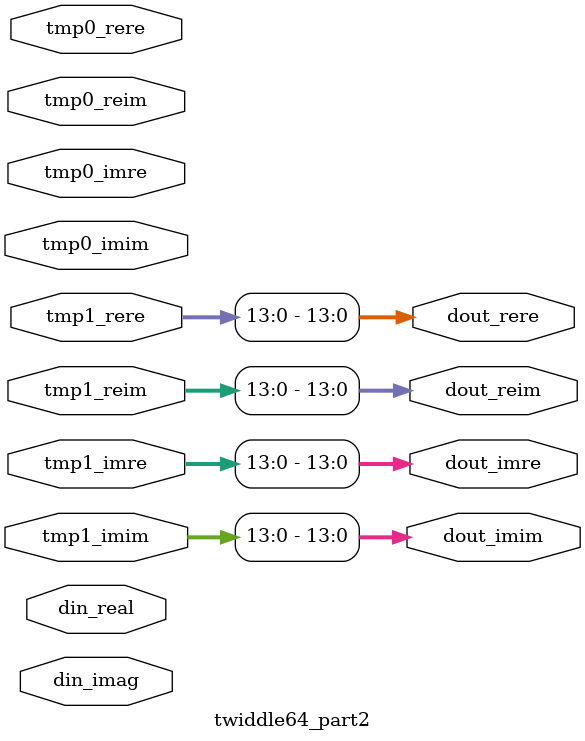
<source format=v>
module twiddle64_part2
#(
	parameter DATA_WIDTH = 14,
	parameter TWIDDLE = 0
)(
	input  wire signed [DATA_WIDTH-1:0] din_real,
	input  wire signed [DATA_WIDTH-1:0] din_imag,
	input  wire signed [DATA_WIDTH:0]   tmp0_rere,
	input  wire signed [DATA_WIDTH:0]   tmp0_imim,
	input  wire signed [DATA_WIDTH:0]   tmp0_reim,
	input  wire signed [DATA_WIDTH:0]   tmp0_imre,
	input  wire signed [DATA_WIDTH:0]   tmp1_rere,
	input  wire signed [DATA_WIDTH:0]   tmp1_imim,
	input  wire signed [DATA_WIDTH:0]   tmp1_reim,
	input  wire signed [DATA_WIDTH:0]   tmp1_imre,
	output wire signed [DATA_WIDTH-1:0] dout_rere,
	output wire signed [DATA_WIDTH-1:0] dout_imim,
	output wire signed [DATA_WIDTH-1:0] dout_reim,
	output wire signed [DATA_WIDTH-1:0] dout_imre
);

generate
	case(TWIDDLE)
		0:
		begin: const0
			assign dout_rere = tmp1_rere;
			assign dout_imim = tmp1_imim;
			assign dout_reim = tmp1_reim;
			assign dout_imre = tmp1_imre;
		end
		
		1:
		begin: const1
			assign dout_rere = tmp0_rere + (tmp1_rere >>> 4);
			assign dout_imim = tmp0_imim + (tmp1_imim >>> 2);
			assign dout_imre = tmp0_imre + (tmp1_imre >>> 4);
			assign dout_reim = tmp0_reim + (tmp1_reim >>> 2);
		end
		
		2:
		begin: const2
			assign dout_rere = din_real - (tmp1_rere >>> 6);
			assign dout_imim = tmp0_imim + (tmp1_imim >>> 1);
			assign dout_imre = din_imag - (tmp1_imre >>> 6);
			assign dout_reim = tmp0_reim + (tmp1_reim >>> 1);
		end
		
		3:
		begin: const3
			wire signed [DATA_WIDTH:0] tmp2_imim;
			wire signed [DATA_WIDTH:0] tmp2_reim;
			
			assign dout_rere = tmp1_rere - (din_real >>> 6);
			
			assign tmp2_imim = tmp0_imim - (tmp1_imim >>> 3);
			assign dout_imim = tmp2_imim + (din_imag >>> 3);
			
			assign dout_imre = tmp1_imre - (din_imag >>> 6);
			
			assign tmp2_reim = tmp0_reim - (tmp1_reim >>> 3);
			assign dout_reim = tmp2_reim + (din_real >>> 3);
		end
		
		4:
		begin: const4
			assign dout_rere = din_real - (tmp1_rere >>> 4);
			assign dout_imim = tmp0_imim + (tmp1_imim >>> 5);
			assign dout_imre = din_imag - (tmp1_imre >>> 4);
			assign dout_reim = tmp0_reim + (tmp1_reim >>> 5);
		end
		
		5:
		begin: const5
			wire signed [DATA_WIDTH:0] tmp2_imim;
			wire signed [DATA_WIDTH:0] tmp2_reim;
			
			assign dout_rere = din_real - (tmp1_rere >>> 3);
			
			assign tmp2_imim = (tmp1_imim >>> 6) - tmp0_imim;
			assign dout_imim = (tmp2_imim >>> 2) + tmp0_imim;
			
			assign dout_imre = din_imag - (tmp1_imre >>> 3);
			
			assign tmp2_reim = (tmp1_reim >>> 6) - tmp0_reim;
			assign dout_reim = (tmp2_reim >>> 2) + tmp0_reim;
		end
		
		6:
		begin: const6
			wire signed [DATA_WIDTH:0] tmp2_rere;
			wire signed [DATA_WIDTH:0] tmp2_imre;
			
			assign tmp2_rere = tmp0_rere + (tmp1_rere >>> 4);
			assign dout_rere = (din_real >>> 1) + (tmp2_rere >>> 2);
			
			assign dout_imim = (din_imag >>> 1) + (tmp1_imim >>> 3);
			
			assign tmp2_imre = tmp0_imre + (tmp1_imre >>> 4);
			assign dout_imre = (din_imag >>> 1) + (tmp2_imre >>> 2);
			
			assign dout_reim = (din_real >>> 1) + (tmp1_reim >>> 3);
		end
		
		7:
		begin: const7
			wire signed [DATA_WIDTH:0] tmp2_imim;
			wire signed [DATA_WIDTH:0] tmp2_reim;
			
			assign dout_rere = din_real - (tmp1_rere >>> 2);
			
			assign tmp2_imim = tmp1_imim + (tmp1_imim >>> 3);
			assign dout_imim = tmp2_imim - (din_imag >>> 1);
			
			assign dout_imre = din_imag - (tmp1_imre >>> 2);
			
			assign tmp2_reim = tmp1_reim + (tmp1_reim >>> 3);
			assign dout_reim = tmp2_reim - (din_real >>> 1);
		end
		
		8:
		begin: const8
			assign dout_rere = din_real - (tmp1_rere >>> 2);
			assign dout_imim = din_imag - (tmp1_imim >>> 2);
			assign dout_imre = din_imag - (tmp1_imre >>> 2);
			assign dout_reim = din_real - (tmp1_reim >>> 2);
		end
	endcase
endgenerate

endmodule
</source>
